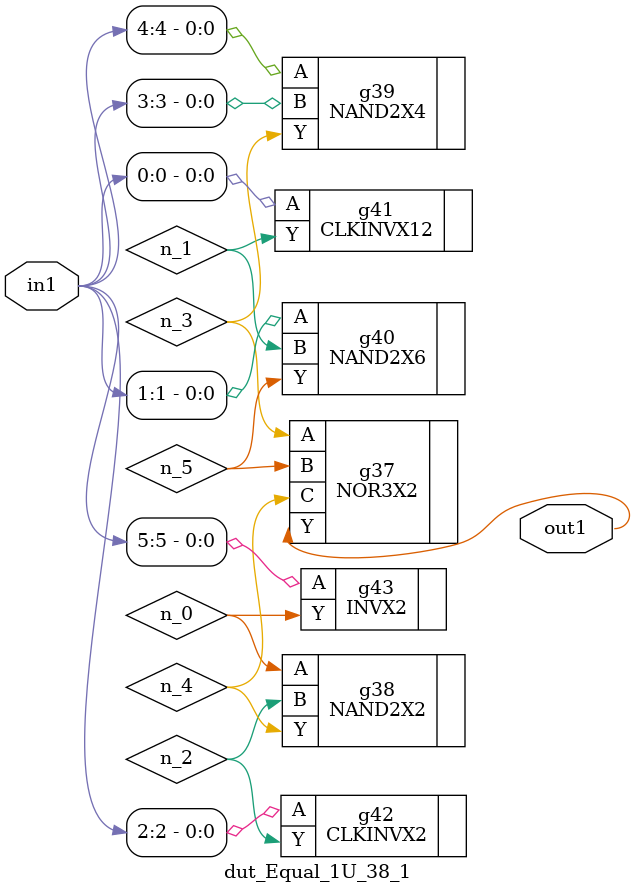
<source format=v>
`timescale 1ps / 1ps


module dut_Equal_1U_38_1(in1, out1);
  input [5:0] in1;
  output out1;
  wire [5:0] in1;
  wire out1;
  wire n_0, n_1, n_2, n_3, n_4, n_5;
  NOR3X2 g37(.A (n_3), .B (n_5), .C (n_4), .Y (out1));
  NAND2X6 g40(.A (in1[1]), .B (n_1), .Y (n_5));
  NAND2X2 g38(.A (n_0), .B (n_2), .Y (n_4));
  NAND2X4 g39(.A (in1[4]), .B (in1[3]), .Y (n_3));
  CLKINVX2 g42(.A (in1[2]), .Y (n_2));
  CLKINVX12 g41(.A (in1[0]), .Y (n_1));
  INVX2 g43(.A (in1[5]), .Y (n_0));
endmodule



</source>
